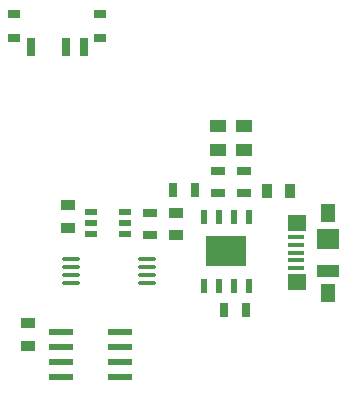
<source format=gbp>
G04*
G04 #@! TF.GenerationSoftware,Altium Limited,Altium Designer,19.0.15 (446)*
G04*
G04 Layer_Color=128*
%FSLAX44Y44*%
%MOMM*%
G71*
G01*
G75*
%ADD15R,1.3000X0.9000*%
%ADD16R,0.7000X1.3000*%
%ADD17R,1.3000X0.7000*%
%ADD48R,0.7000X1.5000*%
%ADD49R,1.0000X0.8000*%
G04:AMPARAMS|DCode=50|XSize=1.97mm|YSize=0.59mm|CornerRadius=0.0738mm|HoleSize=0mm|Usage=FLASHONLY|Rotation=0.000|XOffset=0mm|YOffset=0mm|HoleType=Round|Shape=RoundedRectangle|*
%AMROUNDEDRECTD50*
21,1,1.9700,0.4425,0,0,0.0*
21,1,1.8225,0.5900,0,0,0.0*
1,1,0.1475,0.9113,-0.2213*
1,1,0.1475,-0.9113,-0.2213*
1,1,0.1475,-0.9113,0.2213*
1,1,0.1475,0.9113,0.2213*
%
%ADD50ROUNDEDRECTD50*%
%ADD51R,1.3500X1.0000*%
%ADD52R,0.6000X1.2000*%
%ADD53R,3.4999X2.5000*%
%ADD54R,0.9000X1.3000*%
%ADD55R,1.0000X0.5500*%
%ADD56O,1.5000X0.4000*%
%ADD57R,1.3000X1.6500*%
%ADD58R,1.9000X1.0000*%
%ADD59R,1.9000X1.8000*%
%ADD60R,1.5500X1.4250*%
%ADD61R,1.3800X0.4500*%
D15*
X391414Y288188D02*
D03*
Y307188D02*
D03*
X425450Y388264D02*
D03*
Y407264D02*
D03*
X516636Y381660D02*
D03*
Y400660D02*
D03*
D16*
X533248Y420116D02*
D03*
X514248D02*
D03*
X576428Y318262D02*
D03*
X557428D02*
D03*
D17*
X574548Y436220D02*
D03*
Y417220D02*
D03*
X494538Y400660D02*
D03*
Y381660D02*
D03*
X552450Y436220D02*
D03*
Y417220D02*
D03*
D48*
X393806Y541300D02*
D03*
X423806D02*
D03*
X438806D02*
D03*
D49*
X452806Y548800D02*
D03*
Y568800D02*
D03*
X379806D02*
D03*
Y548800D02*
D03*
D50*
X419496Y262128D02*
D03*
Y274828D02*
D03*
Y287528D02*
D03*
Y300228D02*
D03*
X468996D02*
D03*
Y287528D02*
D03*
Y274828D02*
D03*
Y262128D02*
D03*
D51*
X552450Y474312D02*
D03*
Y454312D02*
D03*
X574548Y474312D02*
D03*
Y454312D02*
D03*
D52*
X578612Y339090D02*
D03*
X565912D02*
D03*
X553212D02*
D03*
X540512D02*
D03*
Y397256D02*
D03*
X553212D02*
D03*
X565912D02*
D03*
X578612D02*
D03*
D53*
X559562Y368173D02*
D03*
D54*
X594004Y419608D02*
D03*
X613004D02*
D03*
D55*
X473233Y382677D02*
D03*
Y392176D02*
D03*
Y401675D02*
D03*
X445231D02*
D03*
Y392176D02*
D03*
Y382677D02*
D03*
D56*
X491998Y361290D02*
D03*
Y354787D02*
D03*
Y348285D02*
D03*
Y341782D02*
D03*
X427990Y361290D02*
D03*
Y354787D02*
D03*
Y348285D02*
D03*
Y341782D02*
D03*
D57*
X645160Y333280D02*
D03*
Y400780D02*
D03*
D58*
Y351530D02*
D03*
D59*
Y378530D02*
D03*
D60*
X619410Y391905D02*
D03*
Y342155D02*
D03*
D61*
X618560Y354030D02*
D03*
Y360530D02*
D03*
Y367030D02*
D03*
Y373530D02*
D03*
Y380030D02*
D03*
M02*

</source>
